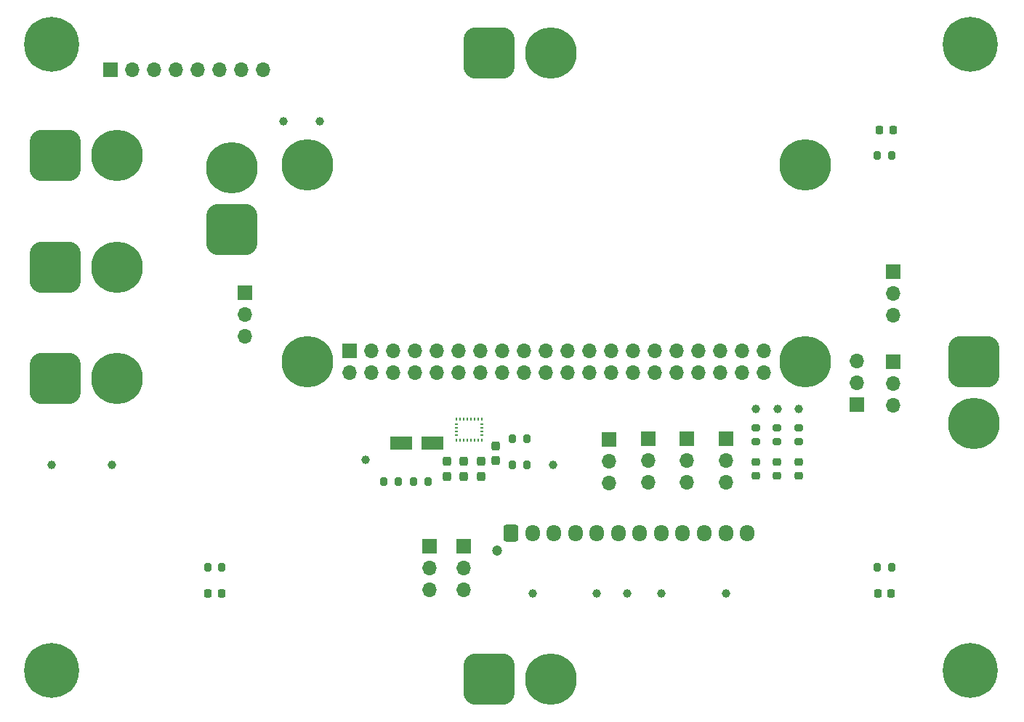
<source format=gbr>
%TF.GenerationSoftware,KiCad,Pcbnew,8.0.7-8.0.7-0~ubuntu24.04.1*%
%TF.CreationDate,2024-12-07T01:42:30+01:00*%
%TF.ProjectId,drn2,64726e32-2e6b-4696-9361-645f70636258,rev?*%
%TF.SameCoordinates,Original*%
%TF.FileFunction,Soldermask,Top*%
%TF.FilePolarity,Negative*%
%FSLAX46Y46*%
G04 Gerber Fmt 4.6, Leading zero omitted, Abs format (unit mm)*
G04 Created by KiCad (PCBNEW 8.0.7-8.0.7-0~ubuntu24.04.1) date 2024-12-07 01:42:30*
%MOMM*%
%LPD*%
G01*
G04 APERTURE LIST*
G04 Aperture macros list*
%AMRoundRect*
0 Rectangle with rounded corners*
0 $1 Rounding radius*
0 $2 $3 $4 $5 $6 $7 $8 $9 X,Y pos of 4 corners*
0 Add a 4 corners polygon primitive as box body*
4,1,4,$2,$3,$4,$5,$6,$7,$8,$9,$2,$3,0*
0 Add four circle primitives for the rounded corners*
1,1,$1+$1,$2,$3*
1,1,$1+$1,$4,$5*
1,1,$1+$1,$6,$7*
1,1,$1+$1,$8,$9*
0 Add four rect primitives between the rounded corners*
20,1,$1+$1,$2,$3,$4,$5,0*
20,1,$1+$1,$4,$5,$6,$7,0*
20,1,$1+$1,$6,$7,$8,$9,0*
20,1,$1+$1,$8,$9,$2,$3,0*%
G04 Aperture macros list end*
%ADD10RoundRect,0.237500X-0.237500X0.300000X-0.237500X-0.300000X0.237500X-0.300000X0.237500X0.300000X0*%
%ADD11RoundRect,0.237500X0.237500X-0.300000X0.237500X0.300000X-0.237500X0.300000X-0.237500X-0.300000X0*%
%ADD12RoundRect,0.250000X1.050000X0.550000X-1.050000X0.550000X-1.050000X-0.550000X1.050000X-0.550000X0*%
%ADD13R,1.700000X1.700000*%
%ADD14O,1.700000X1.700000*%
%ADD15C,1.000000*%
%ADD16RoundRect,0.200000X0.200000X0.275000X-0.200000X0.275000X-0.200000X-0.275000X0.200000X-0.275000X0*%
%ADD17RoundRect,0.200000X-0.200000X-0.275000X0.200000X-0.275000X0.200000X0.275000X-0.200000X0.275000X0*%
%ADD18RoundRect,0.218750X0.256250X-0.218750X0.256250X0.218750X-0.256250X0.218750X-0.256250X-0.218750X0*%
%ADD19RoundRect,1.500000X-1.500000X-1.500000X1.500000X-1.500000X1.500000X1.500000X-1.500000X1.500000X0*%
%ADD20C,6.000000*%
%ADD21RoundRect,0.218750X-0.218750X-0.256250X0.218750X-0.256250X0.218750X0.256250X-0.218750X0.256250X0*%
%ADD22C,0.800000*%
%ADD23C,6.400000*%
%ADD24C,1.200000*%
%ADD25RoundRect,0.250000X-0.600000X-0.725000X0.600000X-0.725000X0.600000X0.725000X-0.600000X0.725000X0*%
%ADD26O,1.700000X1.950000*%
%ADD27RoundRect,1.500000X-1.500000X1.500000X-1.500000X-1.500000X1.500000X-1.500000X1.500000X1.500000X0*%
%ADD28RoundRect,0.218750X0.218750X0.256250X-0.218750X0.256250X-0.218750X-0.256250X0.218750X-0.256250X0*%
%ADD29R,0.230000X0.350000*%
%ADD30R,0.350000X0.230000*%
%ADD31RoundRect,1.500000X1.500000X-1.500000X1.500000X1.500000X-1.500000X1.500000X-1.500000X-1.500000X0*%
%ADD32RoundRect,0.200000X-0.275000X0.200000X-0.275000X-0.200000X0.275000X-0.200000X0.275000X0.200000X0*%
G04 APERTURE END LIST*
D10*
%TO.C,C5*%
X113000000Y-82637500D03*
X113000000Y-84362500D03*
%TD*%
D11*
%TO.C,C3*%
X115000000Y-84362500D03*
X115000000Y-82637500D03*
%TD*%
%TO.C,C2*%
X118700000Y-82562500D03*
X118700000Y-80837500D03*
%TD*%
D10*
%TO.C,C1*%
X117000000Y-82637500D03*
X117000000Y-84362500D03*
%TD*%
D12*
%TO.C,C4*%
X111300000Y-80500000D03*
X107700000Y-80500000D03*
%TD*%
D13*
%TO.C,J12*%
X165000000Y-70975000D03*
D14*
X165000000Y-73515000D03*
X165000000Y-76055000D03*
%TD*%
D15*
%TO.C,VDDIO1*%
X125400000Y-83050000D03*
%TD*%
%TO.C,VDD1*%
X103550000Y-82400000D03*
%TD*%
D16*
%TO.C,R11*%
X122325000Y-83000000D03*
X120675000Y-83000000D03*
%TD*%
D17*
%TO.C,R10*%
X109175000Y-85000000D03*
X110825000Y-85000000D03*
%TD*%
D16*
%TO.C,R9*%
X122325000Y-80000000D03*
X120675000Y-80000000D03*
%TD*%
D17*
%TO.C,R8*%
X105675000Y-85000000D03*
X107325000Y-85000000D03*
%TD*%
D13*
%TO.C,J3*%
X141000000Y-80000000D03*
D14*
X141000000Y-82540000D03*
X141000000Y-85080000D03*
%TD*%
D18*
%TO.C,D3*%
X149000000Y-84287500D03*
X149000000Y-82712500D03*
%TD*%
D19*
%TO.C,J3_F2_BAT1*%
X67400000Y-47000000D03*
D20*
X74600000Y-47000000D03*
%TD*%
D19*
%TO.C,J4_M0_MOT0*%
X67400000Y-73000000D03*
D20*
X74600000Y-73000000D03*
%TD*%
D13*
%TO.C,J1*%
X145500000Y-80000000D03*
D14*
X145500000Y-82540000D03*
X145500000Y-85080000D03*
%TD*%
D15*
%TO.C,GND6*%
X134000000Y-98000000D03*
%TD*%
D13*
%TO.C,J13*%
X165000000Y-60475000D03*
D14*
X165000000Y-63015000D03*
X165000000Y-65555000D03*
%TD*%
D19*
%TO.C,J4_M3_MOT3*%
X117900000Y-108000000D03*
D20*
X125100000Y-108000000D03*
%TD*%
D13*
%TO.C,J15VBECOUT1*%
X115000000Y-92475000D03*
D14*
X115000000Y-95015000D03*
X115000000Y-97555000D03*
%TD*%
D18*
%TO.C,D1*%
X154000000Y-84287500D03*
X154000000Y-82712500D03*
%TD*%
D21*
%TO.C,D5*%
X163212500Y-98000000D03*
X164787500Y-98000000D03*
%TD*%
D15*
%TO.C,MOT0*%
X145500000Y-98000000D03*
%TD*%
D13*
%TO.C,J14GND1*%
X111000000Y-92500000D03*
D14*
X111000000Y-95040000D03*
X111000000Y-97580000D03*
%TD*%
D13*
%TO.C,J4*%
X136500000Y-80000000D03*
D14*
X136500000Y-82540000D03*
X136500000Y-85080000D03*
%TD*%
D15*
%TO.C,GND5*%
X67000000Y-83000000D03*
%TD*%
%TO.C,Y1*%
X151520000Y-76500000D03*
%TD*%
%TO.C,MOT2*%
X130500000Y-98000000D03*
%TD*%
D16*
%TO.C,R3*%
X86825000Y-95000000D03*
X85175000Y-95000000D03*
%TD*%
D15*
%TO.C,GND7*%
X94000000Y-43000000D03*
%TD*%
%TO.C,MOT1*%
X138000000Y-98000000D03*
%TD*%
D17*
%TO.C,R1*%
X163175000Y-47000000D03*
X164825000Y-47000000D03*
%TD*%
D19*
%TO.C,J4_M4_BEC_IN1*%
X67400000Y-60000000D03*
D20*
X74600000Y-60000000D03*
%TD*%
D15*
%TO.C,R7*%
X149020000Y-76500000D03*
%TD*%
D22*
%TO.C,GND2*%
X171600000Y-107000000D03*
X172302944Y-105302944D03*
X172302944Y-108697056D03*
X174000000Y-104600000D03*
D23*
X174000000Y-107000000D03*
D22*
X174000000Y-109400000D03*
X175697056Y-105302944D03*
X175697056Y-108697056D03*
X176400000Y-107000000D03*
%TD*%
D13*
%TO.C,J8*%
X89500000Y-63000000D03*
D14*
X89500000Y-65540000D03*
X89500000Y-68080000D03*
%TD*%
D21*
%TO.C,D4*%
X163425000Y-44000000D03*
X165000000Y-44000000D03*
%TD*%
D22*
%TO.C,GND1*%
X64600000Y-107000000D03*
X65302944Y-105302944D03*
X65302944Y-108697056D03*
X67000000Y-104600000D03*
D23*
X67000000Y-107000000D03*
D22*
X67000000Y-109400000D03*
X68697056Y-105302944D03*
X68697056Y-108697056D03*
X69400000Y-107000000D03*
%TD*%
D24*
%TO.C,J5*%
X118900000Y-93000000D03*
D25*
X120500000Y-91000000D03*
D26*
X123000000Y-91000000D03*
X125500000Y-91000000D03*
X128000000Y-91000000D03*
X130500000Y-91000000D03*
X133000000Y-91000000D03*
X135500000Y-91000000D03*
X138000000Y-91000000D03*
X140500000Y-91000000D03*
X143000000Y-91000000D03*
X145500000Y-91000000D03*
X148000000Y-91000000D03*
%TD*%
D15*
%TO.C,5V1*%
X98250000Y-43000000D03*
%TD*%
D17*
%TO.C,R2*%
X163175000Y-95000000D03*
X164825000Y-95000000D03*
%TD*%
D13*
%TO.C,J6*%
X73840000Y-37000000D03*
D14*
X76380000Y-37000000D03*
X78920000Y-37000000D03*
X81460000Y-37000000D03*
X84000000Y-37000000D03*
X86540000Y-37000000D03*
X89080000Y-37000000D03*
X91620000Y-37000000D03*
%TD*%
D13*
%TO.C,J16*%
X160750000Y-76040000D03*
D14*
X160750000Y-73500000D03*
X160750000Y-70960000D03*
%TD*%
D27*
%TO.C,J4_M2_MOT2*%
X174400000Y-71000000D03*
D20*
X174400000Y-78200000D03*
%TD*%
D15*
%TO.C,G1*%
X154020000Y-76500000D03*
%TD*%
D22*
%TO.C,GND3*%
X64600000Y-34000000D03*
X65302944Y-32302944D03*
X65302944Y-35697056D03*
X67000000Y-31600000D03*
D23*
X67000000Y-34000000D03*
D22*
X67000000Y-36400000D03*
X68697056Y-32302944D03*
X68697056Y-35697056D03*
X69400000Y-34000000D03*
%TD*%
D15*
%TO.C,MOT3*%
X123000000Y-98000000D03*
%TD*%
D28*
%TO.C,D6*%
X86787500Y-98000000D03*
X85212500Y-98000000D03*
%TD*%
D29*
%TO.C,U1*%
X117105000Y-80125000D03*
D30*
X117075000Y-79545000D03*
X117075000Y-79115000D03*
X117075000Y-78685000D03*
X117075000Y-78255000D03*
D29*
X117105000Y-77675000D03*
X116675000Y-77675000D03*
X116245000Y-77675000D03*
X115815000Y-77675000D03*
X115385000Y-77675000D03*
X114955000Y-77675000D03*
X114525000Y-77675000D03*
X114095000Y-77675000D03*
D30*
X114125000Y-78255000D03*
X114125000Y-78685000D03*
X114125000Y-79115000D03*
X114125000Y-79545000D03*
D29*
X114095000Y-80125000D03*
X114525000Y-80125000D03*
X114955000Y-80125000D03*
X115385000Y-80125000D03*
X115815000Y-80125000D03*
X116245000Y-80125000D03*
X116675000Y-80125000D03*
%TD*%
D31*
%TO.C,J3_F1_BEC_OUT1*%
X88000000Y-55600000D03*
D20*
X88000000Y-48400000D03*
%TD*%
D13*
%TO.C,J7*%
X131900000Y-80075000D03*
D14*
X131900000Y-82615000D03*
X131900000Y-85155000D03*
%TD*%
D20*
%TO.C,J2*%
X96775000Y-71025000D03*
X154775000Y-71025000D03*
X96775000Y-48025000D03*
X154775000Y-48025000D03*
D13*
X101645000Y-69755000D03*
D14*
X101645000Y-72295000D03*
X104185000Y-69755000D03*
X104185000Y-72295000D03*
X106725000Y-69755000D03*
X106725000Y-72295000D03*
X109265000Y-69755000D03*
X109265000Y-72295000D03*
X111805000Y-69755000D03*
X111805000Y-72295000D03*
X114345000Y-69755000D03*
X114345000Y-72295000D03*
X116885000Y-69755000D03*
X116885000Y-72295000D03*
X119425000Y-69755000D03*
X119425000Y-72295000D03*
X121965000Y-69755000D03*
X121965000Y-72295000D03*
X124505000Y-69755000D03*
X124505000Y-72295000D03*
X127045000Y-69755000D03*
X127045000Y-72295000D03*
X129585000Y-69755000D03*
X129585000Y-72295000D03*
X132125000Y-69755000D03*
X132125000Y-72295000D03*
X134665000Y-69755000D03*
X134665000Y-72295000D03*
X137205000Y-69755000D03*
X137205000Y-72295000D03*
X139745000Y-69755000D03*
X139745000Y-72295000D03*
X142285000Y-69755000D03*
X142285000Y-72295000D03*
X144825000Y-69755000D03*
X144825000Y-72295000D03*
X147365000Y-69755000D03*
X147365000Y-72295000D03*
X149905000Y-69755000D03*
X149905000Y-72295000D03*
%TD*%
D15*
%TO.C,BAT1*%
X74000000Y-83000000D03*
%TD*%
D18*
%TO.C,D2*%
X151500000Y-84287500D03*
X151500000Y-82712500D03*
%TD*%
D32*
%TO.C,R4*%
X154020000Y-78675000D03*
X154020000Y-80325000D03*
%TD*%
%TO.C,R5*%
X151510000Y-78675000D03*
X151510000Y-80325000D03*
%TD*%
D19*
%TO.C,J4_M1_MOT1*%
X117900000Y-35000000D03*
D20*
X125100000Y-35000000D03*
%TD*%
D22*
%TO.C,GND4*%
X171600000Y-34000000D03*
X172302944Y-32302944D03*
X172302944Y-35697056D03*
X174000000Y-31600000D03*
D23*
X174000000Y-34000000D03*
D22*
X174000000Y-36400000D03*
X175697056Y-32302944D03*
X175697056Y-35697056D03*
X176400000Y-34000000D03*
%TD*%
D32*
%TO.C,R6*%
X149000000Y-78675000D03*
X149000000Y-80325000D03*
%TD*%
M02*

</source>
